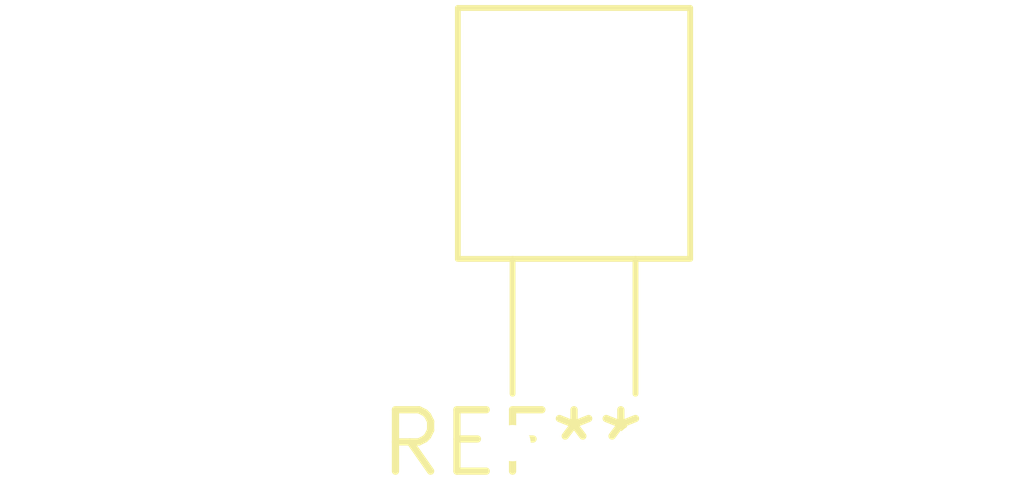
<source format=kicad_pcb>
(kicad_pcb (version 20240108) (generator pcbnew)
  (layers (0 "F.Cu" signal) (31 "B.Cu" signal) (34 "B.Paste" user) (35 "F.Paste" user) (36 "B.SilkS" user "B.Silkscreen") (37 "F.SilkS" user "F.Silkscreen") (38 "B.Mask" user) (39 "F.Mask" user) (44 "Edge.Cuts" user))
  (net 0 "")
  (footprint "TO-92-2_Horizontal2" (layer "F.Cu") (at 0 0)
    (property "Reference" "REF**")
    (property "Value" "TO-92-2_Horizontal2")
    (fp_line (start -1.13 -9) (end -1.13 -3.81) (layer "F.SilkS") (stroke (width 0.12)))
    (fp_line (start -1.13 -3.81) (end 3.67 -3.81) (layer "F.SilkS") (stroke (width 0.12)))
    (fp_line (start 0 -1.02) (end 0 -3.81) (layer "F.SilkS") (stroke (width 0.12)))
    (fp_line (start 2.54 -1.02) (end 2.54 -3.81) (layer "F.SilkS") (stroke (width 0.12)))
    (fp_line (start 3.67 -9) (end -1.13 -9) (layer "F.SilkS") (stroke (width 0.12)))
    (fp_line (start 3.67 -3.81) (end 3.67 -9) (layer "F.SilkS") (stroke (width 0.12)))
    (pad "1" thru_hole rect (at 0 0 270) (size 1.3 1.3) (drill 0.75) (layers *.Cu *.Mask) (remove_unused_layers))
    (pad "2" thru_hole circle (at 2.54 0 270) (size 1.3 1.3) (drill 0.75) (layers *.Cu *.Mask) (remove_unused_layers))
  )
)
</source>
